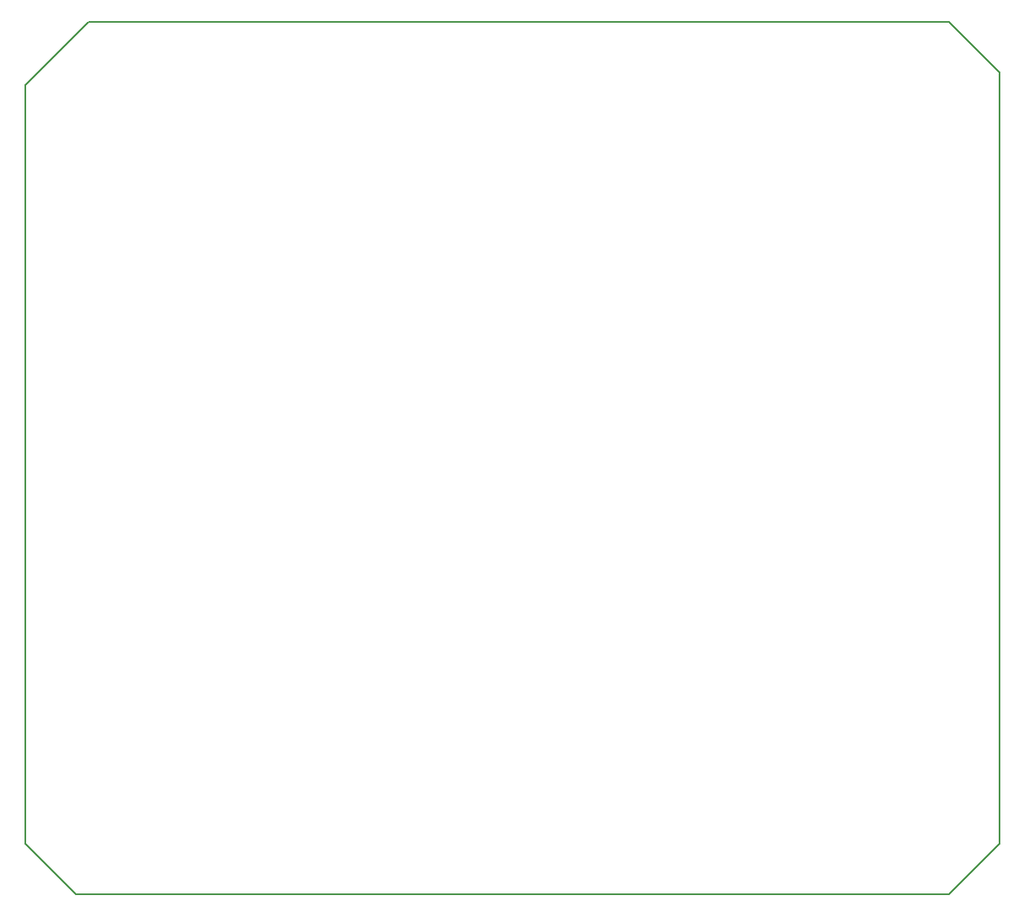
<source format=gm1>
G04 #@! TF.GenerationSoftware,KiCad,Pcbnew,9.0.0*
G04 #@! TF.CreationDate,2025-06-15T15:42:30+02:00*
G04 #@! TF.ProjectId,plant_watner_V3.0,706c616e-745f-4776-9174-6e65725f5633,rev?*
G04 #@! TF.SameCoordinates,Original*
G04 #@! TF.FileFunction,Profile,NP*
%FSLAX46Y46*%
G04 Gerber Fmt 4.6, Leading zero omitted, Abs format (unit mm)*
G04 Created by KiCad (PCBNEW 9.0.0) date 2025-06-15 15:42:30*
%MOMM*%
%LPD*%
G01*
G04 APERTURE LIST*
G04 #@! TA.AperFunction,Profile*
%ADD10C,0.150000*%
G04 #@! TD*
G04 APERTURE END LIST*
D10*
X89408000Y-132147000D02*
X89408000Y-58487000D01*
X187198000Y-132147000D02*
X182118000Y-137227000D01*
X89408000Y-58487000D02*
X89408000Y-55947000D01*
X94488000Y-137227000D02*
X89408000Y-132147000D01*
X95758000Y-49597000D02*
X182118000Y-49597000D01*
X89408000Y-55947000D02*
X95758000Y-49597000D01*
X182118000Y-137227000D02*
X94488000Y-137227000D01*
X182118000Y-49597000D02*
X187198000Y-54677000D01*
X187198000Y-54677000D02*
X187198000Y-132147000D01*
M02*

</source>
